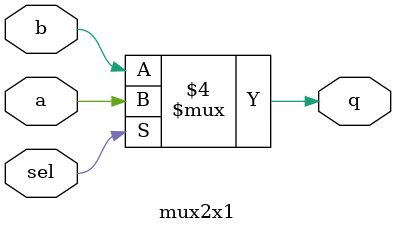
<source format=v>
module mux2x1
(
	a,
	b,
	sel,
	q
);
	input wire a, b, sel;
	output reg q;
	
	always @(a or b or sel) begin
		if(sel == 1'b1)
			q <= a;
		else
			q <= b;
	
	end
  

endmodule
</source>
